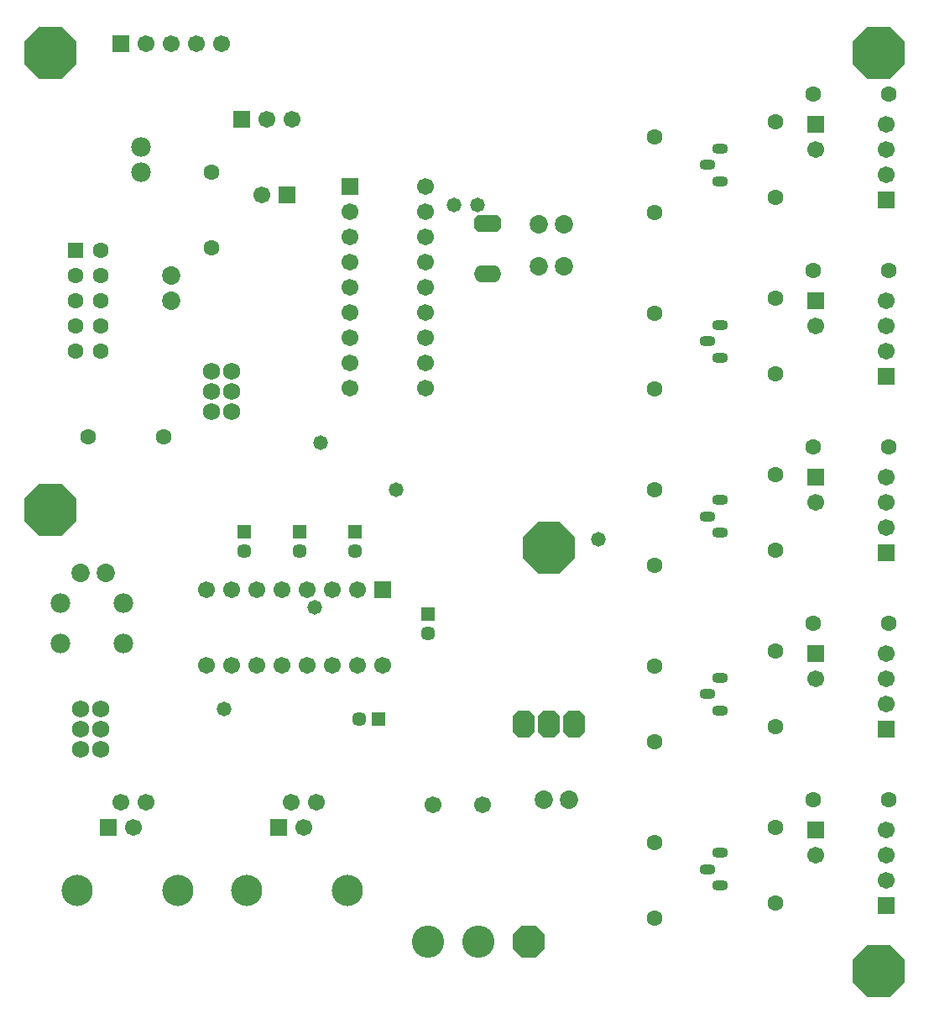
<source format=gbs>
%FSLAX23Y23*%
%MOIN*%
G70*
G01*
G75*
G04 Layer_Color=16711935*
%ADD10C,0.047*%
%ADD11C,0.020*%
%ADD12C,0.010*%
%ADD13C,0.055*%
%ADD14R,0.059X0.059*%
%ADD15C,0.059*%
%ADD16C,0.070*%
%ADD17R,0.059X0.059*%
%ADD18C,0.065*%
%ADD19C,0.120*%
%ADD20P,0.130X8X202.5*%
%ADD21C,0.060*%
G04:AMPARAMS|DCode=22|XSize=80mil|YSize=100mil|CornerRadius=0mil|HoleSize=0mil|Usage=FLASHONLY|Rotation=0.000|XOffset=0mil|YOffset=0mil|HoleType=Round|Shape=Octagon|*
%AMOCTAGOND22*
4,1,8,-0.020,0.050,0.020,0.050,0.040,0.030,0.040,-0.030,0.020,-0.050,-0.020,-0.050,-0.040,-0.030,-0.040,0.030,-0.020,0.050,0.0*
%
%ADD22OCTAGOND22*%

%ADD23P,0.213X8X22.5*%
%ADD24C,0.059*%
%ADD25C,0.116*%
%ADD26R,0.059X0.059*%
%ADD27C,0.049*%
%ADD28R,0.049X0.049*%
%ADD29R,0.049X0.049*%
%ADD30O,0.100X0.060*%
G04:AMPARAMS|DCode=31|XSize=100mil|YSize=60mil|CornerRadius=0mil|HoleSize=0mil|Usage=FLASHONLY|Rotation=0.000|XOffset=0mil|YOffset=0mil|HoleType=Round|Shape=Octagon|*
%AMOCTAGOND31*
4,1,8,0.050,-0.015,0.050,0.015,0.035,0.030,-0.035,0.030,-0.050,0.015,-0.050,-0.015,-0.035,-0.030,0.035,-0.030,0.050,-0.015,0.0*
%
%ADD31OCTAGOND31*%

%ADD32R,0.055X0.055*%
%ADD33C,0.055*%
%ADD34O,0.055X0.035*%
%ADD35P,0.216X8X22.5*%
%ADD36C,0.050*%
%ADD37R,0.070X0.040*%
%ADD38R,0.075X0.040*%
%ADD39C,0.005*%
%ADD40C,0.008*%
%ADD41C,0.010*%
%ADD42C,0.024*%
%ADD43C,0.002*%
%ADD44C,0.006*%
%ADD45C,0.012*%
%ADD46C,0.006*%
%ADD47C,0.008*%
%ADD48C,0.063*%
%ADD49R,0.067X0.067*%
%ADD50C,0.067*%
%ADD51C,0.078*%
%ADD52R,0.067X0.067*%
%ADD53C,0.073*%
%ADD54C,0.128*%
%ADD55P,0.139X8X202.5*%
%ADD56C,0.068*%
G04:AMPARAMS|DCode=57|XSize=88mil|YSize=108mil|CornerRadius=0mil|HoleSize=0mil|Usage=FLASHONLY|Rotation=0.000|XOffset=0mil|YOffset=0mil|HoleType=Round|Shape=Octagon|*
%AMOCTAGOND57*
4,1,8,-0.022,0.054,0.022,0.054,0.044,0.032,0.044,-0.032,0.022,-0.054,-0.022,-0.054,-0.044,-0.032,-0.044,0.032,-0.022,0.054,0.0*
%
%ADD57OCTAGOND57*%

%ADD58P,0.222X8X22.5*%
%ADD59C,0.067*%
%ADD60C,0.124*%
%ADD61R,0.067X0.067*%
%ADD62C,0.057*%
%ADD63R,0.057X0.057*%
%ADD64R,0.057X0.057*%
%ADD65O,0.108X0.068*%
G04:AMPARAMS|DCode=66|XSize=108mil|YSize=68mil|CornerRadius=0mil|HoleSize=0mil|Usage=FLASHONLY|Rotation=0.000|XOffset=0mil|YOffset=0mil|HoleType=Round|Shape=Octagon|*
%AMOCTAGOND66*
4,1,8,0.054,-0.017,0.054,0.017,0.037,0.034,-0.037,0.034,-0.054,0.017,-0.054,-0.017,-0.037,-0.034,0.037,-0.034,0.054,-0.017,0.0*
%
%ADD66OCTAGOND66*%

%ADD67R,0.063X0.063*%
%ADD68C,0.063*%
%ADD69O,0.063X0.043*%
%ADD70P,0.225X8X22.5*%
%ADD71C,0.058*%
D48*
X4450Y4660D02*
D03*
X4150D02*
D03*
X4450Y3960D02*
D03*
X4150D02*
D03*
X4450Y3260D02*
D03*
X4150D02*
D03*
X4450Y1860D02*
D03*
X4150D02*
D03*
X4450Y2560D02*
D03*
X4150D02*
D03*
X4000Y1450D02*
D03*
Y1750D02*
D03*
Y2850D02*
D03*
Y3150D02*
D03*
Y3550D02*
D03*
Y3850D02*
D03*
Y4250D02*
D03*
Y4550D02*
D03*
Y2150D02*
D03*
Y2450D02*
D03*
X1270Y3300D02*
D03*
X1570D02*
D03*
X1760Y4350D02*
D03*
Y4050D02*
D03*
X3520Y4190D02*
D03*
Y4490D02*
D03*
Y1690D02*
D03*
Y1390D02*
D03*
Y2390D02*
D03*
Y2090D02*
D03*
Y3090D02*
D03*
Y2790D02*
D03*
Y3490D02*
D03*
Y3790D02*
D03*
D49*
X4440Y4240D02*
D03*
X4160Y4540D02*
D03*
X4440Y3540D02*
D03*
X4160Y3840D02*
D03*
X4440Y2840D02*
D03*
X4160Y3140D02*
D03*
X4440Y1440D02*
D03*
X4160Y1740D02*
D03*
X4440Y2140D02*
D03*
X4160Y2440D02*
D03*
X2440Y2695D02*
D03*
D50*
X4440Y4340D02*
D03*
Y4440D02*
D03*
Y4540D02*
D03*
X4160Y4440D02*
D03*
X4440Y3640D02*
D03*
Y3740D02*
D03*
Y3840D02*
D03*
X4160Y3740D02*
D03*
X4440Y2940D02*
D03*
Y3040D02*
D03*
Y3140D02*
D03*
X4160Y3040D02*
D03*
X4440Y1540D02*
D03*
Y1640D02*
D03*
Y1740D02*
D03*
X4160Y1640D02*
D03*
X4440Y2240D02*
D03*
Y2340D02*
D03*
Y2440D02*
D03*
X4160Y2340D02*
D03*
X2080Y4560D02*
D03*
X1980D02*
D03*
X1800Y4860D02*
D03*
X1700D02*
D03*
X1600D02*
D03*
X1500D02*
D03*
X2340Y2695D02*
D03*
X2240D02*
D03*
X2140D02*
D03*
X2040D02*
D03*
X1940D02*
D03*
X1840D02*
D03*
X1740D02*
D03*
X2440Y2395D02*
D03*
X2340D02*
D03*
X2240D02*
D03*
X2140D02*
D03*
X2040D02*
D03*
X1940D02*
D03*
X1840D02*
D03*
X1740D02*
D03*
X2310Y4195D02*
D03*
Y4095D02*
D03*
Y3995D02*
D03*
Y3895D02*
D03*
Y3795D02*
D03*
Y3695D02*
D03*
Y3595D02*
D03*
Y3495D02*
D03*
X2610Y4295D02*
D03*
Y4195D02*
D03*
Y4095D02*
D03*
Y3995D02*
D03*
Y3895D02*
D03*
Y3795D02*
D03*
Y3695D02*
D03*
Y3595D02*
D03*
Y3495D02*
D03*
X2837Y1840D02*
D03*
X2640D02*
D03*
X1960Y4260D02*
D03*
D51*
X1480Y4350D02*
D03*
Y4450D02*
D03*
X1410Y2480D02*
D03*
X1160D02*
D03*
X1410Y2640D02*
D03*
X1160D02*
D03*
D52*
X1880Y4560D02*
D03*
X1400Y4860D02*
D03*
X2310Y4295D02*
D03*
X2060Y4260D02*
D03*
D53*
X1340Y2760D02*
D03*
X1240D02*
D03*
X3080Y1860D02*
D03*
X3180D02*
D03*
X3160Y3977D02*
D03*
X3060D02*
D03*
X3160Y4145D02*
D03*
X3060D02*
D03*
X1600Y3840D02*
D03*
Y3940D02*
D03*
D54*
X2621Y1296D02*
D03*
X2820D02*
D03*
D55*
X3020D02*
D03*
D56*
X1760Y3480D02*
D03*
X1840D02*
D03*
Y3400D02*
D03*
X1760D02*
D03*
X1840Y3560D02*
D03*
X1760D02*
D03*
X1240Y2140D02*
D03*
X1320D02*
D03*
Y2060D02*
D03*
X1240D02*
D03*
X1320Y2220D02*
D03*
X1240D02*
D03*
D57*
X3000Y2160D02*
D03*
X3100D02*
D03*
X3200D02*
D03*
D58*
X3100Y2860D02*
D03*
D59*
X2175Y1852D02*
D03*
X2075D02*
D03*
X2125Y1752D02*
D03*
X1500Y1850D02*
D03*
X1400D02*
D03*
X1450Y1750D02*
D03*
D60*
X1900Y1502D02*
D03*
X2300D02*
D03*
X1225Y1500D02*
D03*
X1625D02*
D03*
D61*
X2025Y1752D02*
D03*
X1350Y1750D02*
D03*
D62*
X1890Y2846D02*
D03*
X2346Y2180D02*
D03*
X2110Y2846D02*
D03*
X2620Y2521D02*
D03*
X2330Y2846D02*
D03*
D63*
X1890Y2924D02*
D03*
X2110D02*
D03*
X2620Y2599D02*
D03*
X2330Y2924D02*
D03*
D64*
X2424Y2180D02*
D03*
D65*
X2855Y3947D02*
D03*
D66*
Y4147D02*
D03*
D67*
X1220Y4040D02*
D03*
D68*
Y3940D02*
D03*
Y3840D02*
D03*
Y3740D02*
D03*
Y3640D02*
D03*
X1320Y4040D02*
D03*
Y3940D02*
D03*
Y3840D02*
D03*
Y3740D02*
D03*
Y3640D02*
D03*
D69*
X3780Y4315D02*
D03*
X3730Y4380D02*
D03*
X3780Y4445D02*
D03*
Y1520D02*
D03*
X3730Y1585D02*
D03*
X3780Y1650D02*
D03*
Y2215D02*
D03*
X3730Y2280D02*
D03*
X3780Y2345D02*
D03*
Y2920D02*
D03*
X3730Y2985D02*
D03*
X3780Y3050D02*
D03*
Y3615D02*
D03*
X3730Y3680D02*
D03*
X3780Y3745D02*
D03*
D70*
X4410Y4825D02*
D03*
X1120D02*
D03*
Y3010D02*
D03*
X4410Y1180D02*
D03*
D71*
X3295Y2895D02*
D03*
X2492Y3090D02*
D03*
X2817Y4221D02*
D03*
X1811Y2220D02*
D03*
X2169Y2624D02*
D03*
X2192Y3279D02*
D03*
X2723Y4221D02*
D03*
M02*

</source>
